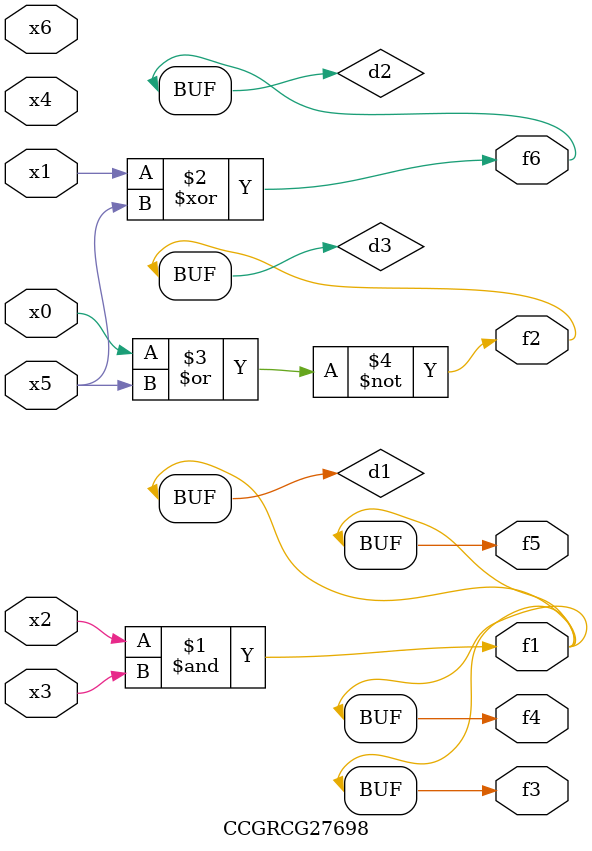
<source format=v>
module CCGRCG27698(
	input x0, x1, x2, x3, x4, x5, x6,
	output f1, f2, f3, f4, f5, f6
);

	wire d1, d2, d3;

	and (d1, x2, x3);
	xor (d2, x1, x5);
	nor (d3, x0, x5);
	assign f1 = d1;
	assign f2 = d3;
	assign f3 = d1;
	assign f4 = d1;
	assign f5 = d1;
	assign f6 = d2;
endmodule

</source>
